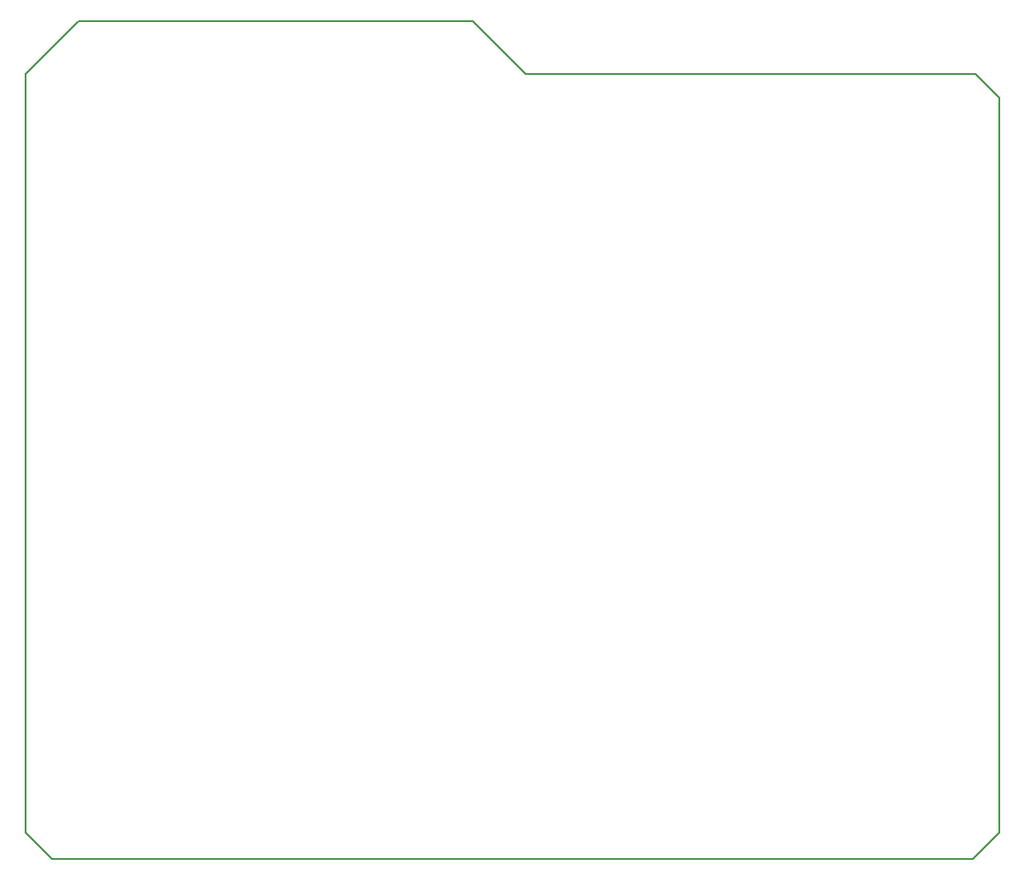
<source format=gbr>
G04 #@! TF.GenerationSoftware,KiCad,Pcbnew,5.1.5-52549c5~86~ubuntu19.10.1*
G04 #@! TF.CreationDate,2020-04-01T18:08:25+02:00*
G04 #@! TF.ProjectId,KabeltesterMEGA,4b616265-6c74-4657-9374-65724d454741,rev?*
G04 #@! TF.SameCoordinates,Original*
G04 #@! TF.FileFunction,Profile,NP*
%FSLAX46Y46*%
G04 Gerber Fmt 4.6, Leading zero omitted, Abs format (unit mm)*
G04 Created by KiCad (PCBNEW 5.1.5-52549c5~86~ubuntu19.10.1) date 2020-04-01 18:08:25*
%MOMM*%
%LPD*%
G04 APERTURE LIST*
%ADD10C,0.150000*%
G04 APERTURE END LIST*
D10*
X109601000Y-140335000D02*
X109601000Y-67437000D01*
X109601000Y-140335000D02*
X112141000Y-142875000D01*
X203073000Y-140335000D02*
X203073000Y-69723000D01*
X200533000Y-142875000D02*
X112141000Y-142875000D01*
X203073000Y-140335000D02*
X200533000Y-142875000D01*
X200787000Y-67437000D02*
X203073000Y-69723000D01*
X157607000Y-67437000D02*
X200787000Y-67437000D01*
X152527000Y-62357000D02*
X157607000Y-67437000D01*
X152527000Y-62357000D02*
X114681000Y-62357000D01*
X114681000Y-62357000D02*
X109601000Y-67437000D01*
M02*

</source>
